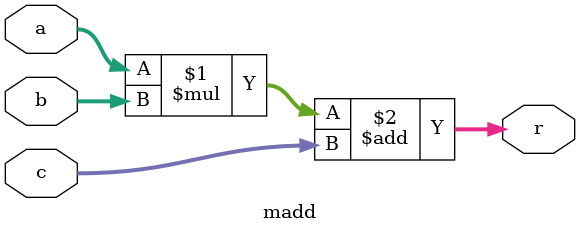
<source format=v>
module madd (a, b, c, r);
input [1:0] a, b, c;
output [2:0] r;


assign r = (a * b) + c;

endmodule  

</source>
